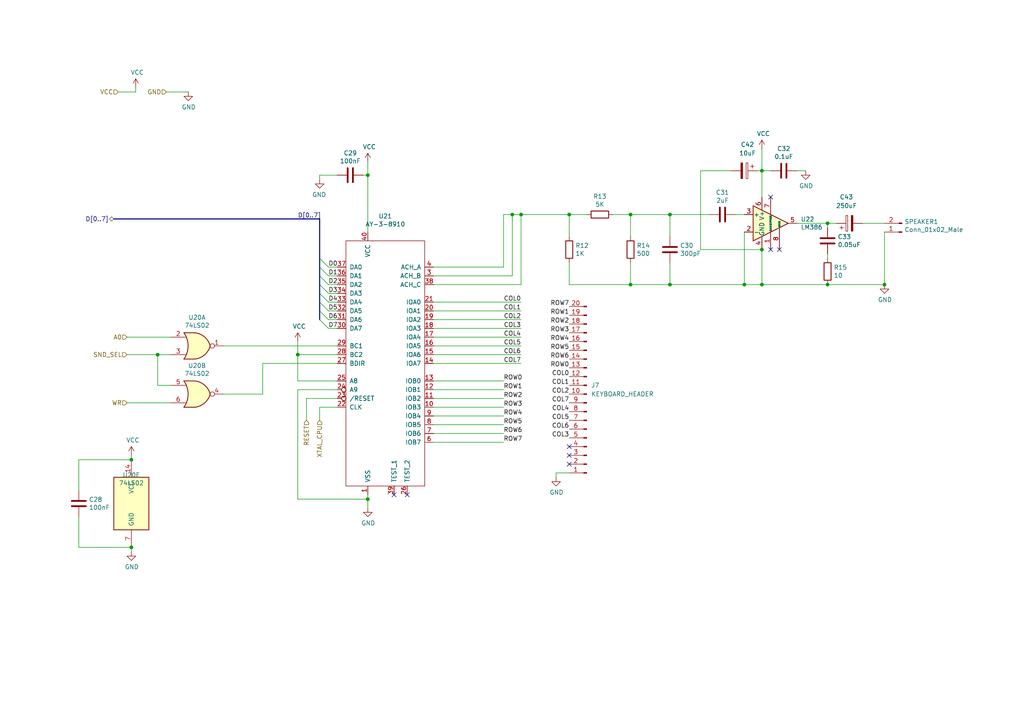
<source format=kicad_sch>
(kicad_sch (version 20211123) (generator eeschema)
  (paper "A4")
  (lib_symbols
    (symbol "74xx:74LS02" (pin_names (offset 1.016))
      (property "Reference" "U" (at 0 1.27 0))
      (property "Value" "74LS02" (at 0 -1.27 0))
      (symbol "74LS02_1_1"
        (arc (start -3.81 -3.81) (mid -2.589 0) (end -3.81 3.81) (stroke (width 0.254)))
        (arc (start -0.6096 -3.81) (mid 2.1842 -2.5851) (end 3.81 0) (stroke (width 0.254)) (fill (type background)))
        (polyline (pts (xy -3.81 -3.81) (xy -0.635 -3.81)) (stroke (width 0.254)) (fill (type background)))
        (polyline (pts (xy -3.81 3.81) (xy -0.635 3.81)) (stroke (width 0.254)) (fill (type background)))
        (polyline (pts (xy -0.635 3.81) (xy -3.81 3.81) (xy -3.81 3.81) (xy -3.556 3.4036) (xy -3.0226 2.2606) (xy -2.6924 1.0414) (xy -2.6162 -0.254) (xy -2.7686 -1.4986) (xy -3.175 -2.7178) (xy -3.81 -3.81) (xy -3.81 -3.81) (xy -0.635 -3.81)) (stroke (width -25.4)) (fill (type background)))
        (arc (start 3.81 0) (mid 2.1915 2.5936) (end -0.6096 3.81) (stroke (width 0.254)) (fill (type background)))
        (pin output inverted (at 7.62 0 180) (length 3.81) (name "~") (number "1"))
        (pin input line (at -7.62 2.54 0) (length 4.318) (name "~") (number "2"))
        (pin input line (at -7.62 -2.54 0) (length 4.318) (name "~") (number "3"))
      )
      (symbol "74LS02_1_2"
        (arc (start 0 -3.81) (mid 3.81 0) (end 0 3.81) (stroke (width 0.254)) (fill (type background)))
        (polyline (pts (xy 0 3.81) (xy -3.81 3.81) (xy -3.81 -3.81) (xy 0 -3.81)) (stroke (width 0.254)) (fill (type background)))
        (pin output line (at 7.62 0 180) (length 3.81) (name "~") (number "1"))
        (pin input inverted (at -7.62 2.54 0) (length 3.81) (name "~") (number "2"))
        (pin input inverted (at -7.62 -2.54 0) (length 3.81) (name "~") (number "3"))
      )
      (symbol "74LS02_2_1"
        (arc (start -3.81 -3.81) (mid -2.589 0) (end -3.81 3.81) (stroke (width 0.254)))
        (arc (start -0.6096 -3.81) (mid 2.1842 -2.5851) (end 3.81 0) (stroke (width 0.254)) (fill (type background)))
        (polyline (pts (xy -3.81 -3.81) (xy -0.635 -3.81)) (stroke (width 0.254)) (fill (type background)))
        (polyline (pts (xy -3.81 3.81) (xy -0.635 3.81)) (stroke (width 0.254)) (fill (type background)))
        (polyline (pts (xy -0.635 3.81) (xy -3.81 3.81) (xy -3.81 3.81) (xy -3.556 3.4036) (xy -3.0226 2.2606) (xy -2.6924 1.0414) (xy -2.6162 -0.254) (xy -2.7686 -1.4986) (xy -3.175 -2.7178) (xy -3.81 -3.81) (xy -3.81 -3.81) (xy -0.635 -3.81)) (stroke (width -25.4)) (fill (type background)))
        (arc (start 3.81 0) (mid 2.1915 2.5936) (end -0.6096 3.81) (stroke (width 0.254)) (fill (type background)))
        (pin output inverted (at 7.62 0 180) (length 3.81) (name "~") (number "4"))
        (pin input line (at -7.62 2.54 0) (length 4.318) (name "~") (number "5"))
        (pin input line (at -7.62 -2.54 0) (length 4.318) (name "~") (number "6"))
      )
      (symbol "74LS02_2_2"
        (arc (start 0 -3.81) (mid 3.81 0) (end 0 3.81) (stroke (width 0.254)) (fill (type background)))
        (polyline (pts (xy 0 3.81) (xy -3.81 3.81) (xy -3.81 -3.81) (xy 0 -3.81)) (stroke (width 0.254)) (fill (type background)))
        (pin output line (at 7.62 0 180) (length 3.81) (name "~") (number "4"))
        (pin input inverted (at -7.62 2.54 0) (length 3.81) (name "~") (number "5"))
        (pin input inverted (at -7.62 -2.54 0) (length 3.81) (name "~") (number "6"))
      )
      (symbol "74LS02_3_1"
        (arc (start -3.81 -3.81) (mid -2.589 0) (end -3.81 3.81) (stroke (width 0.254)))
        (arc (start -0.6096 -3.81) (mid 2.1842 -2.5851) (end 3.81 0) (stroke (width 0.254)) (fill (type background)))
        (polyline (pts (xy -3.81 -3.81) (xy -0.635 -3.81)) (stroke (width 0.254)) (fill (type background)))
        (polyline (pts (xy -3.81 3.81) (xy -0.635 3.81)) (stroke (width 0.254)) (fill (type background)))
        (polyline (pts (xy -0.635 3.81) (xy -3.81 3.81) (xy -3.81 3.81) (xy -3.556 3.4036) (xy -3.0226 2.2606) (xy -2.6924 1.0414) (xy -2.6162 -0.254) (xy -2.7686 -1.4986) (xy -3.175 -2.7178) (xy -3.81 -3.81) (xy -3.81 -3.81) (xy -0.635 -3.81)) (stroke (width -25.4)) (fill (type background)))
        (arc (start 3.81 0) (mid 2.1915 2.5936) (end -0.6096 3.81) (stroke (width 0.254)) (fill (type background)))
        (pin output inverted (at 7.62 0 180) (length 3.81) (name "~") (number "10"))
        (pin input line (at -7.62 2.54 0) (length 4.318) (name "~") (number "8"))
        (pin input line (at -7.62 -2.54 0) (length 4.318) (name "~") (number "9"))
      )
      (symbol "74LS02_3_2"
        (arc (start 0 -3.81) (mid 3.81 0) (end 0 3.81) (stroke (width 0.254)) (fill (type background)))
        (polyline (pts (xy 0 3.81) (xy -3.81 3.81) (xy -3.81 -3.81) (xy 0 -3.81)) (stroke (width 0.254)) (fill (type background)))
        (pin output line (at 7.62 0 180) (length 3.81) (name "~") (number "10"))
        (pin input inverted (at -7.62 2.54 0) (length 3.81) (name "~") (number "8"))
        (pin input inverted (at -7.62 -2.54 0) (length 3.81) (name "~") (number "9"))
      )
      (symbol "74LS02_4_1"
        (arc (start -3.81 -3.81) (mid -2.589 0) (end -3.81 3.81) (stroke (width 0.254)))
        (arc (start -0.6096 -3.81) (mid 2.1842 -2.5851) (end 3.81 0) (stroke (width 0.254)) (fill (type background)))
        (polyline (pts (xy -3.81 -3.81) (xy -0.635 -3.81)) (stroke (width 0.254)) (fill (type background)))
        (polyline (pts (xy -3.81 3.81) (xy -0.635 3.81)) (stroke (width 0.254)) (fill (type background)))
        (polyline (pts (xy -0.635 3.81) (xy -3.81 3.81) (xy -3.81 3.81) (xy -3.556 3.4036) (xy -3.0226 2.2606) (xy -2.6924 1.0414) (xy -2.6162 -0.254) (xy -2.7686 -1.4986) (xy -3.175 -2.7178) (xy -3.81 -3.81) (xy -3.81 -3.81) (xy -0.635 -3.81)) (stroke (width -25.4)) (fill (type background)))
        (arc (start 3.81 0) (mid 2.1915 2.5936) (end -0.6096 3.81) (stroke (width 0.254)) (fill (type background)))
        (pin input line (at -7.62 2.54 0) (length 4.318) (name "~") (number "11"))
        (pin input line (at -7.62 -2.54 0) (length 4.318) (name "~") (number "12"))
        (pin output inverted (at 7.62 0 180) (length 3.81) (name "~") (number "13"))
      )
      (symbol "74LS02_4_2"
        (arc (start 0 -3.81) (mid 3.81 0) (end 0 3.81) (stroke (width 0.254)) (fill (type background)))
        (polyline (pts (xy 0 3.81) (xy -3.81 3.81) (xy -3.81 -3.81) (xy 0 -3.81)) (stroke (width 0.254)) (fill (type background)))
        (pin input inverted (at -7.62 2.54 0) (length 3.81) (name "~") (number "11"))
        (pin input inverted (at -7.62 -2.54 0) (length 3.81) (name "~") (number "12"))
        (pin output line (at 7.62 0 180) (length 3.81) (name "~") (number "13"))
      )
      (symbol "74LS02_5_0"
        (pin power_in line (at 0 12.7 270) (length 5.08) (name "VCC") (number "14"))
        (pin power_in line (at 0 -12.7 90) (length 5.08) (name "GND") (number "7"))
      )
      (symbol "74LS02_5_1"
        (rectangle (start -5.08 7.62) (end 5.08 -7.62) (stroke (width 0.254)) (fill (type background)))
      )
    )
    (symbol "Amplifier_Audio:LM386" (pin_names (offset 0.127))
      (property "Reference" "U" (at 1.27 7.62 0))
      (property "Value" "LM386" (at 1.27 5.08 0))
      (symbol "LM386_0_1"
        (polyline (pts (xy 5.08 0) (xy -5.08 5.08) (xy -5.08 -5.08) (xy 5.08 0)) (stroke (width 0.254)) (fill (type background)))
      )
      (symbol "LM386_1_1"
        (pin input line (at 0 -7.62 90) (length 5.08) (name "GAIN") (number "1"))
        (pin input line (at -7.62 -2.54 0) (length 2.54) (name "-") (number "2"))
        (pin input line (at -7.62 2.54 0) (length 2.54) (name "+") (number "3"))
        (pin power_in line (at -2.54 -7.62 90) (length 3.81) (name "GND") (number "4"))
        (pin output line (at 7.62 0 180) (length 2.54) (name "~") (number "5"))
        (pin power_in line (at -2.54 7.62 270) (length 3.81) (name "V+") (number "6"))
        (pin input line (at 0 7.62 270) (length 5.08) (name "BYPASS") (number "7"))
        (pin input line (at 2.54 -7.62 90) (length 6.35) (name "GAIN") (number "8"))
      )
    )
    (symbol "Connector:Conn_01x02_Male" (pin_names (offset 1.016) hide)
      (property "Reference" "J" (at 0 2.54 0))
      (property "Value" "Conn_01x02_Male" (at 0 -5.08 0))
      (symbol "Conn_01x02_Male_1_1"
        (polyline (pts (xy 1.27 -2.54) (xy 0.8636 -2.54)) (stroke (width 0.1524)))
        (polyline (pts (xy 1.27 0) (xy 0.8636 0)) (stroke (width 0.1524)))
        (rectangle (start 0.8636 -2.413) (end 0 -2.667) (stroke (width 0.1524)) (fill (type outline)))
        (rectangle (start 0.8636 0.127) (end 0 -0.127) (stroke (width 0.1524)) (fill (type outline)))
        (pin passive line (at 5.08 0 180) (length 3.81) (name "Pin_1") (number "1"))
        (pin passive line (at 5.08 -2.54 180) (length 3.81) (name "Pin_2") (number "2"))
      )
    )
    (symbol "Connector:Conn_01x20_Male" (pin_names (offset 1.016) hide)
      (property "Reference" "J" (at 0 25.4 0))
      (property "Value" "Conn_01x20_Male" (at 0 -27.94 0))
      (symbol "Conn_01x20_Male_1_1"
        (polyline (pts (xy 1.27 -25.4) (xy 0.8636 -25.4)) (stroke (width 0.1524)))
        (polyline (pts (xy 1.27 -22.86) (xy 0.8636 -22.86)) (stroke (width 0.1524)))
        (polyline (pts (xy 1.27 -20.32) (xy 0.8636 -20.32)) (stroke (width 0.1524)))
        (polyline (pts (xy 1.27 -17.78) (xy 0.8636 -17.78)) (stroke (width 0.1524)))
        (polyline (pts (xy 1.27 -15.24) (xy 0.8636 -15.24)) (stroke (width 0.1524)))
        (polyline (pts (xy 1.27 -12.7) (xy 0.8636 -12.7)) (stroke (width 0.1524)))
        (polyline (pts (xy 1.27 -10.16) (xy 0.8636 -10.16)) (stroke (width 0.1524)))
        (polyline (pts (xy 1.27 -7.62) (xy 0.8636 -7.62)) (stroke (width 0.1524)))
        (polyline (pts (xy 1.27 -5.08) (xy 0.8636 -5.08)) (stroke (width 0.1524)))
        (polyline (pts (xy 1.27 -2.54) (xy 0.8636 -2.54)) (stroke (width 0.1524)))
        (polyline (pts (xy 1.27 0) (xy 0.8636 0)) (stroke (width 0.1524)))
        (polyline (pts (xy 1.27 2.54) (xy 0.8636 2.54)) (stroke (width 0.1524)))
        (polyline (pts (xy 1.27 5.08) (xy 0.8636 5.08)) (stroke (width 0.1524)))
        (polyline (pts (xy 1.27 7.62) (xy 0.8636 7.62)) (stroke (width 0.1524)))
        (polyline (pts (xy 1.27 10.16) (xy 0.8636 10.16)) (stroke (width 0.1524)))
        (polyline (pts (xy 1.27 12.7) (xy 0.8636 12.7)) (stroke (width 0.1524)))
        (polyline (pts (xy 1.27 15.24) (xy 0.8636 15.24)) (stroke (width 0.1524)))
        (polyline (pts (xy 1.27 17.78) (xy 0.8636 17.78)) (stroke (width 0.1524)))
        (polyline (pts (xy 1.27 20.32) (xy 0.8636 20.32)) (stroke (width 0.1524)))
        (polyline (pts (xy 1.27 22.86) (xy 0.8636 22.86)) (stroke (width 0.1524)))
        (rectangle (start 0.8636 -25.273) (end 0 -25.527) (stroke (width 0.1524)) (fill (type outline)))
        (rectangle (start 0.8636 -22.733) (end 0 -22.987) (stroke (width 0.1524)) (fill (type outline)))
        (rectangle (start 0.8636 -20.193) (end 0 -20.447) (stroke (width 0.1524)) (fill (type outline)))
        (rectangle (start 0.8636 -17.653) (end 0 -17.907) (stroke (width 0.1524)) (fill (type outline)))
        (rectangle (start 0.8636 -15.113) (end 0 -15.367) (stroke (width 0.1524)) (fill (type outline)))
        (rectangle (start 0.8636 -12.573) (end 0 -12.827) (stroke (width 0.1524)) (fill (type outline)))
        (rectangle (start 0.8636 -10.033) (end 0 -10.287) (stroke (width 0.1524)) (fill (type outline)))
        (rectangle (start 0.8636 -7.493) (end 0 -7.747) (stroke (width 0.1524)) (fill (type outline)))
        (rectangle (start 0.8636 -4.953) (end 0 -5.207) (stroke (width 0.1524)) (fill (type outline)))
        (rectangle (start 0.8636 -2.413) (end 0 -2.667) (stroke (width 0.1524)) (fill (type outline)))
        (rectangle (start 0.8636 0.127) (end 0 -0.127) (stroke (width 0.1524)) (fill (type outline)))
        (rectangle (start 0.8636 2.667) (end 0 2.413) (stroke (width 0.1524)) (fill (type outline)))
        (rectangle (start 0.8636 5.207) (end 0 4.953) (stroke (width 0.1524)) (fill (type outline)))
        (rectangle (start 0.8636 7.747) (end 0 7.493) (stroke (width 0.1524)) (fill (type outline)))
        (rectangle (start 0.8636 10.287) (end 0 10.033) (stroke (width 0.1524)) (fill (type outline)))
        (rectangle (start 0.8636 12.827) (end 0 12.573) (stroke (width 0.1524)) (fill (type outline)))
        (rectangle (start 0.8636 15.367) (end 0 15.113) (stroke (width 0.1524)) (fill (type outline)))
        (rectangle (start 0.8636 17.907) (end 0 17.653) (stroke (width 0.1524)) (fill (type outline)))
        (rectangle (start 0.8636 20.447) (end 0 20.193) (stroke (width 0.1524)) (fill (type outline)))
        (rectangle (start 0.8636 22.987) (end 0 22.733) (stroke (width 0.1524)) (fill (type outline)))
        (pin passive line (at 5.08 22.86 180) (length 3.81) (name "Pin_1") (number "1"))
        (pin passive line (at 5.08 0 180) (length 3.81) (name "Pin_10") (number "10"))
        (pin passive line (at 5.08 -2.54 180) (length 3.81) (name "Pin_11") (number "11"))
        (pin passive line (at 5.08 -5.08 180) (length 3.81) (name "Pin_12") (number "12"))
        (pin passive line (at 5.08 -7.62 180) (length 3.81) (name "Pin_13") (number "13"))
        (pin passive line (at 5.08 -10.16 180) (length 3.81) (name "Pin_14") (number "14"))
        (pin passive line (at 5.08 -12.7 180) (length 3.81) (name "Pin_15") (number "15"))
        (pin passive line (at 5.08 -15.24 180) (length 3.81) (name "Pin_16") (number "16"))
        (pin passive line (at 5.08 -17.78 180) (length 3.81) (name "Pin_17") (number "17"))
        (pin passive line (at 5.08 -20.32 180) (length 3.81) (name "Pin_18") (number "18"))
        (pin passive line (at 5.08 -22.86 180) (length 3.81) (name "Pin_19") (number "19"))
        (pin passive line (at 5.08 20.32 180) (length 3.81) (name "Pin_2") (number "2"))
        (pin passive line (at 5.08 -25.4 180) (length 3.81) (name "Pin_20") (number "20"))
        (pin passive line (at 5.08 17.78 180) (length 3.81) (name "Pin_3") (number "3"))
        (pin passive line (at 5.08 15.24 180) (length 3.81) (name "Pin_4") (number "4"))
        (pin passive line (at 5.08 12.7 180) (length 3.81) (name "Pin_5") (number "5"))
        (pin passive line (at 5.08 10.16 180) (length 3.81) (name "Pin_6") (number "6"))
        (pin passive line (at 5.08 7.62 180) (length 3.81) (name "Pin_7") (number "7"))
        (pin passive line (at 5.08 5.08 180) (length 3.81) (name "Pin_8") (number "8"))
        (pin passive line (at 5.08 2.54 180) (length 3.81) (name "Pin_9") (number "9"))
      )
    )
    (symbol "Device:C" (pin_numbers hide) (pin_names (offset 0.254))
      (property "Reference" "C" (at 0.635 2.54 0))
      (property "Value" "C" (at 0.635 -2.54 0))
      (symbol "C_0_1"
        (polyline (pts (xy -2.032 -0.762) (xy 2.032 -0.762)) (stroke (width 0.508)))
        (polyline (pts (xy -2.032 0.762) (xy 2.032 0.762)) (stroke (width 0.508)))
      )
      (symbol "C_1_1"
        (pin passive line (at 0 3.81 270) (length 2.794) (name "~") (number "1"))
        (pin passive line (at 0 -3.81 90) (length 2.794) (name "~") (number "2"))
      )
    )
    (symbol "Device:C_Polarized" (pin_numbers hide) (pin_names (offset 0.254))
      (property "Reference" "C" (at 0.635 2.54 0))
      (property "Value" "C_Polarized" (at 0.635 -2.54 0))
      (symbol "C_Polarized_0_1"
        (rectangle (start -2.286 0.508) (end 2.286 1.016))
        (polyline (pts (xy -1.778 2.286) (xy -0.762 2.286)))
        (polyline (pts (xy -1.27 2.794) (xy -1.27 1.778)))
        (rectangle (start 2.286 -0.508) (end -2.286 -1.016) (fill (type outline)))
      )
      (symbol "C_Polarized_1_1"
        (pin passive line (at 0 3.81 270) (length 2.794) (name "~") (number "1"))
        (pin passive line (at 0 -3.81 90) (length 2.794) (name "~") (number "2"))
      )
    )
    (symbol "Device:R" (pin_numbers hide) (pin_names (offset 0))
      (property "Reference" "R" (at 2.032 0 90))
      (property "Value" "R" (at 0 0 90))
      (symbol "R_0_1"
        (rectangle (start -1.016 -2.54) (end 1.016 2.54) (stroke (width 0.254)))
      )
      (symbol "R_1_1"
        (pin passive line (at 0 3.81 270) (length 1.27) (name "~") (number "1"))
        (pin passive line (at 0 -3.81 90) (length 1.27) (name "~") (number "2"))
      )
    )
    (symbol "Z80MiniFrame-Sound_Graphics-rescue:AY-3-8910-Audio" (pin_names (offset 1.016))
      (property "Reference" "U" (at 31.75 -3.81 0))
      (property "Value" "AY-3-8910-Audio" (at 31.75 -31.75 0))
      (symbol "AY-3-8910-Audio_0_1"
        (rectangle (start 20.32 -6.35) (end 43.18 -77.47))
      )
      (symbol "AY-3-8910-Audio_1_1"
        (pin power_in line (at 26.67 -80.01 90) (length 2.54) (name "VSS") (number "1"))
        (pin bidirectional line (at 45.72 -54.61 180) (length 2.54) (name "IOB3") (number "10"))
        (pin bidirectional line (at 45.72 -52.07 180) (length 2.54) (name "IOB2") (number "11"))
        (pin bidirectional line (at 45.72 -49.53 180) (length 2.54) (name "IOB1") (number "12"))
        (pin bidirectional line (at 45.72 -46.99 180) (length 2.54) (name "IOB0") (number "13"))
        (pin bidirectional line (at 45.72 -41.91 180) (length 2.54) (name "IOA7") (number "14"))
        (pin bidirectional line (at 45.72 -39.37 180) (length 2.54) (name "IOA6") (number "15"))
        (pin bidirectional line (at 45.72 -36.83 180) (length 2.54) (name "IOA5") (number "16"))
        (pin bidirectional line (at 45.72 -34.29 180) (length 2.54) (name "IOA4") (number "17"))
        (pin bidirectional line (at 45.72 -31.75 180) (length 2.54) (name "IOA3") (number "18"))
        (pin bidirectional line (at 45.72 -29.21 180) (length 2.54) (name "IOA2") (number "19"))
        (pin bidirectional line (at 45.72 -26.67 180) (length 2.54) (name "IOA1") (number "20"))
        (pin bidirectional line (at 45.72 -24.13 180) (length 2.54) (name "IOA0") (number "21"))
        (pin input line (at 17.78 -54.61 0) (length 2.54) (name "CLK") (number "22"))
        (pin input inverted (at 17.78 -52.07 0) (length 2.54) (name "/RESET") (number "23"))
        (pin input inverted (at 17.78 -49.53 0) (length 2.54) (name "A9") (number "24"))
        (pin input line (at 17.78 -46.99 0) (length 2.54) (name "A8") (number "25"))
        (pin input line (at 38.1 -80.01 90) (length 2.54) (name "TEST_2") (number "26"))
        (pin input line (at 17.78 -41.91 0) (length 2.54) (name "BDIR") (number "27"))
        (pin input line (at 17.78 -39.37 0) (length 2.54) (name "BC2") (number "28"))
        (pin input line (at 17.78 -36.83 0) (length 2.54) (name "BC1") (number "29"))
        (pin passive line (at 45.72 -16.51 180) (length 2.54) (name "ACH_B") (number "3"))
        (pin bidirectional line (at 17.78 -31.75 0) (length 2.54) (name "DA7") (number "30"))
        (pin bidirectional line (at 17.78 -29.21 0) (length 2.54) (name "DA6") (number "31"))
        (pin bidirectional line (at 17.78 -26.67 0) (length 2.54) (name "DA5") (number "32"))
        (pin bidirectional line (at 17.78 -24.13 0) (length 2.54) (name "DA4") (number "33"))
        (pin bidirectional line (at 17.78 -21.59 0) (length 2.54) (name "DA3") (number "34"))
        (pin bidirectional line (at 17.78 -19.05 0) (length 2.54) (name "DA2") (number "35"))
        (pin bidirectional line (at 17.78 -16.51 0) (length 2.54) (name "DA1") (number "36"))
        (pin bidirectional line (at 17.78 -13.97 0) (length 2.54) (name "DA0") (number "37"))
        (pin passive line (at 45.72 -19.05 180) (length 2.54) (name "ACH_C") (number "38"))
        (pin input line (at 34.29 -80.01 90) (length 2.54) (name "TEST_1") (number "39"))
        (pin passive line (at 45.72 -13.97 180) (length 2.54) (name "ACH_A") (number "4"))
        (pin power_in line (at 26.67 -3.81 270) (length 2.54) (name "VCC") (number "40"))
        (pin bidirectional line (at 45.72 -64.77 180) (length 2.54) (name "IOB7") (number "6"))
        (pin bidirectional line (at 45.72 -62.23 180) (length 2.54) (name "IOB6") (number "7"))
        (pin bidirectional line (at 45.72 -59.69 180) (length 2.54) (name "IOB5") (number "8"))
        (pin bidirectional line (at 45.72 -57.15 180) (length 2.54) (name "IOB4") (number "9"))
      )
    )
    (symbol "power:GND" (power) (pin_names (offset 0))
      (property "Value" "GND" (at 0 -3.81 0))
      (symbol "GND_0_1"
        (polyline (pts (xy 0 0) (xy 0 -1.27) (xy 1.27 -1.27) (xy 0 -2.54) (xy -1.27 -1.27) (xy 0 -1.27)))
      )
      (symbol "GND_1_1"
        (pin power_in line (at 0 0 270) (length 0) hide (name "GND") (number "1"))
      )
    )
    (symbol "power:VCC" (power) (pin_names (offset 0))
      (property "Value" "VCC" (at 0 3.81 0))
      (symbol "VCC_0_1"
        (polyline (pts (xy -0.762 1.27) (xy 0 2.54)))
        (polyline (pts (xy 0 0) (xy 0 2.54)))
        (polyline (pts (xy 0 2.54) (xy 0.762 1.27)))
      )
      (symbol "VCC_1_1"
        (pin power_in line (at 0 0 90) (length 0) hide (name "VCC") (number "1"))
      )
    )
  )
  (junction (at 240.03 82.55))
  (junction (at 194.31 62.23))
  (junction (at 215.9 82.55))
  (junction (at 45.72 102.87))
  (junction (at 194.31 82.55))
  (junction (at 182.88 82.55))
  (junction (at 151.13 62.23))
  (junction (at 220.98 72.39))
  (junction (at 106.68 144.78))
  (junction (at 256.54 82.55))
  (junction (at 240.03 64.77))
  (junction (at 220.98 82.55))
  (junction (at 106.68 50.8))
  (junction (at 165.1 62.23))
  (junction (at 220.98 49.53))
  (junction (at 148.59 62.23))
  (junction (at 182.88 62.23))
  (junction (at 38.1 158.75))
  (junction (at 38.1 133.35))
  (junction (at 86.36 102.87))
  (no_connect (at 226.06 72.39))
  (no_connect (at 223.52 57.15))
  (no_connect (at 118.11 143.51))
  (no_connect (at 114.3 143.51))
  (no_connect (at 223.52 72.39))
  (no_connect (at 165.1 129.54))
  (no_connect (at 165.1 134.62))
  (no_connect (at 165.1 132.08))
  (bus_entry (at 92.71 74.93) (size 2.54 2.54))
  (bus_entry (at 92.71 90.17) (size 2.54 2.54))
  (bus_entry (at 92.71 92.71) (size 2.54 2.54))
  (bus_entry (at 92.71 77.47) (size 2.54 2.54))
  (bus_entry (at 92.71 80.01) (size 2.54 2.54))
  (bus_entry (at 92.71 87.63) (size 2.54 2.54))
  (bus_entry (at 92.71 82.55) (size 2.54 2.54))
  (bus_entry (at 92.71 85.09) (size 2.54 2.54))
  (wire (pts (xy 240.03 82.55) (xy 220.98 82.55)))
  (wire (pts (xy 161.29 137.16) (xy 165.1 137.16)))
  (wire (pts (xy 92.71 118.11) (xy 92.71 121.92)))
  (wire (pts (xy 240.03 74.93) (xy 240.03 73.66)))
  (wire (pts (xy 177.8 62.23) (xy 182.88 62.23)))
  (wire (pts (xy 97.79 95.25) (xy 95.25 95.25)))
  (wire (pts (xy 151.13 62.23) (xy 151.13 82.55)))
  (wire (pts (xy 146.05 62.23) (xy 148.59 62.23)))
  (wire (pts (xy 125.73 97.79) (xy 151.13 97.79)))
  (wire (pts (xy 97.79 50.8) (xy 92.71 50.8)))
  (wire (pts (xy 38.1 160.02) (xy 38.1 158.75)))
  (bus (pts (xy 92.71 63.5) (xy 33.02 63.5)))
  (wire (pts (xy 125.73 92.71) (xy 151.13 92.71)))
  (bus (pts (xy 92.71 77.47) (xy 92.71 80.01)))
  (wire (pts (xy 125.73 95.25) (xy 151.13 95.25)))
  (bus (pts (xy 92.71 80.01) (xy 92.71 82.55)))
  (wire (pts (xy 97.79 85.09) (xy 95.25 85.09)))
  (wire (pts (xy 125.73 82.55) (xy 151.13 82.55)))
  (wire (pts (xy 86.36 113.03) (xy 97.79 113.03)))
  (wire (pts (xy 105.41 50.8) (xy 106.68 50.8)))
  (wire (pts (xy 76.2 105.41) (xy 76.2 114.3)))
  (wire (pts (xy 182.88 62.23) (xy 182.88 68.58)))
  (wire (pts (xy 92.71 50.8) (xy 92.71 52.07)))
  (wire (pts (xy 86.36 144.78) (xy 86.36 113.03)))
  (wire (pts (xy 125.73 113.03) (xy 146.05 113.03)))
  (wire (pts (xy 182.88 76.2) (xy 182.88 82.55)))
  (wire (pts (xy 125.73 77.47) (xy 146.05 77.47)))
  (wire (pts (xy 97.79 87.63) (xy 95.25 87.63)))
  (wire (pts (xy 146.05 62.23) (xy 146.05 77.47)))
  (wire (pts (xy 240.03 64.77) (xy 242.57 64.77)))
  (wire (pts (xy 86.36 110.49) (xy 97.79 110.49)))
  (bus (pts (xy 92.71 74.93) (xy 92.71 77.47)))
  (wire (pts (xy 194.31 82.55) (xy 215.9 82.55)))
  (wire (pts (xy 125.73 100.33) (xy 151.13 100.33)))
  (wire (pts (xy 125.73 115.57) (xy 146.05 115.57)))
  (wire (pts (xy 97.79 92.71) (xy 95.25 92.71)))
  (wire (pts (xy 219.71 49.53) (xy 220.98 49.53)))
  (wire (pts (xy 125.73 87.63) (xy 151.13 87.63)))
  (wire (pts (xy 97.79 90.17) (xy 95.25 90.17)))
  (wire (pts (xy 231.14 64.77) (xy 240.03 64.77)))
  (wire (pts (xy 220.98 49.53) (xy 223.52 49.53)))
  (wire (pts (xy 97.79 118.11) (xy 92.71 118.11)))
  (wire (pts (xy 125.73 123.19) (xy 146.05 123.19)))
  (wire (pts (xy 148.59 62.23) (xy 148.59 80.01)))
  (wire (pts (xy 125.73 118.11) (xy 146.05 118.11)))
  (wire (pts (xy 182.88 62.23) (xy 194.31 62.23)))
  (wire (pts (xy 45.72 111.76) (xy 49.53 111.76)))
  (wire (pts (xy 205.74 62.23) (xy 194.31 62.23)))
  (wire (pts (xy 165.1 62.23) (xy 165.1 68.58)))
  (wire (pts (xy 39.37 25.4) (xy 39.37 26.67)))
  (wire (pts (xy 76.2 114.3) (xy 64.77 114.3)))
  (wire (pts (xy 97.79 77.47) (xy 95.25 77.47)))
  (wire (pts (xy 220.98 72.39) (xy 220.98 82.55)))
  (wire (pts (xy 125.73 80.01) (xy 148.59 80.01)))
  (bus (pts (xy 92.71 82.55) (xy 92.71 85.09)))
  (wire (pts (xy 165.1 62.23) (xy 170.18 62.23)))
  (wire (pts (xy 194.31 62.23) (xy 194.31 68.58)))
  (wire (pts (xy 256.54 82.55) (xy 240.03 82.55)))
  (wire (pts (xy 22.86 142.24) (xy 22.86 133.35)))
  (wire (pts (xy 39.37 26.67) (xy 34.29 26.67)))
  (bus (pts (xy 92.71 87.63) (xy 92.71 90.17)))
  (wire (pts (xy 182.88 82.55) (xy 165.1 82.55)))
  (wire (pts (xy 22.86 158.75) (xy 38.1 158.75)))
  (bus (pts (xy 92.71 63.5) (xy 92.71 74.93)))
  (wire (pts (xy 64.77 100.33) (xy 97.79 100.33)))
  (wire (pts (xy 97.79 105.41) (xy 76.2 105.41)))
  (wire (pts (xy 182.88 82.55) (xy 194.31 82.55)))
  (wire (pts (xy 88.9 115.57) (xy 88.9 121.92)))
  (wire (pts (xy 203.2 49.53) (xy 203.2 72.39)))
  (wire (pts (xy 256.54 67.31) (xy 256.54 82.55)))
  (wire (pts (xy 161.29 138.43) (xy 161.29 137.16)))
  (bus (pts (xy 92.71 85.09) (xy 92.71 87.63)))
  (wire (pts (xy 125.73 128.27) (xy 146.05 128.27)))
  (wire (pts (xy 22.86 133.35) (xy 38.1 133.35)))
  (wire (pts (xy 48.26 26.67) (xy 54.61 26.67)))
  (wire (pts (xy 220.98 49.53) (xy 220.98 57.15)))
  (wire (pts (xy 165.1 76.2) (xy 165.1 82.55)))
  (wire (pts (xy 36.83 102.87) (xy 45.72 102.87)))
  (wire (pts (xy 106.68 67.31) (xy 106.68 50.8)))
  (wire (pts (xy 106.68 144.78) (xy 86.36 144.78)))
  (wire (pts (xy 36.83 116.84) (xy 49.53 116.84)))
  (wire (pts (xy 215.9 67.31) (xy 215.9 82.55)))
  (wire (pts (xy 97.79 82.55) (xy 95.25 82.55)))
  (wire (pts (xy 86.36 102.87) (xy 86.36 110.49)))
  (wire (pts (xy 97.79 115.57) (xy 88.9 115.57)))
  (wire (pts (xy 86.36 99.06) (xy 86.36 102.87)))
  (wire (pts (xy 106.68 144.78) (xy 106.68 143.51)))
  (wire (pts (xy 125.73 120.65) (xy 146.05 120.65)))
  (wire (pts (xy 49.53 97.79) (xy 36.83 97.79)))
  (wire (pts (xy 203.2 72.39) (xy 220.98 72.39)))
  (wire (pts (xy 125.73 110.49) (xy 146.05 110.49)))
  (wire (pts (xy 213.36 62.23) (xy 215.9 62.23)))
  (wire (pts (xy 194.31 76.2) (xy 194.31 82.55)))
  (wire (pts (xy 220.98 82.55) (xy 215.9 82.55)))
  (wire (pts (xy 220.98 43.18) (xy 220.98 49.53)))
  (wire (pts (xy 125.73 125.73) (xy 146.05 125.73)))
  (wire (pts (xy 250.19 64.77) (xy 256.54 64.77)))
  (wire (pts (xy 125.73 90.17) (xy 151.13 90.17)))
  (wire (pts (xy 125.73 102.87) (xy 151.13 102.87)))
  (wire (pts (xy 240.03 66.04) (xy 240.03 64.77)))
  (bus (pts (xy 92.71 90.17) (xy 92.71 92.71)))
  (wire (pts (xy 97.79 102.87) (xy 86.36 102.87)))
  (wire (pts (xy 212.09 49.53) (xy 203.2 49.53)))
  (wire (pts (xy 125.73 105.41) (xy 151.13 105.41)))
  (wire (pts (xy 49.53 102.87) (xy 45.72 102.87)))
  (wire (pts (xy 106.68 50.8) (xy 106.68 46.99)))
  (wire (pts (xy 22.86 149.86) (xy 22.86 158.75)))
  (wire (pts (xy 151.13 62.23) (xy 165.1 62.23)))
  (wire (pts (xy 231.14 49.53) (xy 233.68 49.53)))
  (wire (pts (xy 97.79 80.01) (xy 95.25 80.01)))
  (wire (pts (xy 45.72 102.87) (xy 45.72 111.76)))
  (wire (pts (xy 38.1 133.35) (xy 38.1 132.08)))
  (wire (pts (xy 106.68 147.32) (xy 106.68 144.78)))
  (wire (pts (xy 148.59 62.23) (xy 151.13 62.23)))
  (label "ROW1" (at 165.1 91.44 180))
  (label "COL4" (at 151.13 97.79 180))
  (label "D0" (at 95.25 77.47 0))
  (label "ROW6" (at 165.1 104.14 180))
  (label "ROW6" (at 146.05 125.73 0))
  (label "ROW3" (at 146.05 118.11 0))
  (label "COL6" (at 165.1 124.46 180))
  (label "COL6" (at 151.13 102.87 180))
  (label "D5" (at 95.25 90.17 0))
  (label "COL1" (at 151.13 90.17 180))
  (label "ROW1" (at 146.05 113.03 0))
  (label "ROW7" (at 165.1 88.9 180))
  (label "COL2" (at 165.1 114.3 180))
  (label "ROW4" (at 146.05 120.65 0))
  (label "ROW5" (at 165.1 101.6 180))
  (label "COL4" (at 165.1 119.38 180))
  (label "D4" (at 95.25 87.63 0))
  (label "ROW7" (at 146.05 128.27 0))
  (label "COL7" (at 165.1 116.84 180))
  (label "D3" (at 95.25 85.09 0))
  (label "D[0..7]" (at 86.36 63.5 0))
  (label "ROW4" (at 165.1 99.06 180))
  (label "D2" (at 95.25 82.55 0))
  (label "COL3" (at 165.1 127 180))
  (label "COL3" (at 151.13 95.25 180))
  (label "ROW5" (at 146.05 123.19 0))
  (label "D6" (at 95.25 92.71 0))
  (label "D1" (at 95.25 80.01 0))
  (label "COL5" (at 165.1 121.92 180))
  (label "ROW0" (at 146.05 110.49 0))
  (label "COL1" (at 165.1 111.76 180))
  (label "ROW0" (at 165.1 106.68 180))
  (label "ROW2" (at 165.1 93.98 180))
  (label "COL0" (at 165.1 109.22 180))
  (label "COL2" (at 151.13 92.71 180))
  (label "COL0" (at 151.13 87.63 180))
  (label "ROW3" (at 165.1 96.52 180))
  (label "COL5" (at 151.13 100.33 180))
  (label "ROW2" (at 146.05 115.57 0))
  (label "COL7" (at 151.13 105.41 180))
  (label "D7" (at 95.25 95.25 0))
  (hierarchical_label "SND_SEL" (shape input) (at 36.83 102.87 180))
  (hierarchical_label "WR" (shape input) (at 36.83 116.84 180))
  (hierarchical_label "VCC" (shape input) (at 34.29 26.67 180))
  (hierarchical_label "XTAL_CPU" (shape input) (at 92.71 121.92 270))
  (hierarchical_label "A0" (shape input) (at 36.83 97.79 180))
  (hierarchical_label "GND" (shape input) (at 48.26 26.67 180))
  (hierarchical_label "RESET" (shape input) (at 88.9 121.92 270))
  (hierarchical_label "D[0..7]" (shape bidirectional) (at 33.02 63.5 180))
  (symbol (lib_id "power:VCC") (at 220.98 43.18 0) (unit 1)
    (property "Reference" "#PWR035" (effects hide))
    (property "Value" "VCC" (at 221.4118 38.7858 0))
  )
  (symbol (lib_id "Device:R") (at 173.99 62.23 270) (unit 1)
    (property "Reference" "R13" (at 173.99 56.9722 90))
    (property "Value" "5K" (at 173.99 59.2836 90))
    (property "Footprint" "Resistor_THT:R_Axial_DIN0207_L6.3mm_D2.5mm_P10.16mm_Horizontal" (effects hide))
  )
  (symbol (lib_id "Device:C") (at 194.31 72.39 0) (unit 1)
    (property "Reference" "C30" (at 197.231 71.2216 0) (effects (justify left)))
    (property "Value" "300pF" (at 197.231 73.533 0) (effects (justify left)))
    (property "Footprint" "Capacitor_THT:C_Disc_D5.0mm_W2.5mm_P5.00mm" (effects hide))
  )
  (symbol (lib_id "power:GND") (at 38.1 160.02 0) (unit 1)
    (property "Reference" "#PWR026" (effects hide))
    (property "Value" "GND" (at 38.227 164.4142 0))
  )
  (symbol (lib_id "power:VCC") (at 106.68 46.99 0) (unit 1)
    (property "Reference" "#PWR031" (effects hide))
    (property "Value" "VCC" (at 107.1118 42.5958 0))
  )
  (symbol (lib_id "power:GND") (at 92.71 52.07 0) (mirror y) (unit 1)
    (property "Reference" "#PWR030" (effects hide))
    (property "Value" "GND" (at 92.583 56.4642 0))
  )
  (symbol (lib_id "power:VCC") (at 38.1 132.08 0) (unit 1)
    (property "Reference" "#PWR025" (effects hide))
    (property "Value" "VCC" (at 38.5318 127.6858 0))
  )
  (symbol (lib_id "74xx:74LS02") (at 57.15 100.33 0) (unit 1)
    (property "Reference" "U20" (at 57.15 92.075 0))
    (property "Value" "74LS02" (at 57.15 94.3864 0))
    (property "Footprint" "Package_DIP:DIP-14_W7.62mm_Socket_LongPads" (effects hide))
    (property "Datasheet" "http://www.ti.com/lit/gpn/sn74ls02" (effects hide))
  )
  (symbol (lib_id "Device:C") (at 209.55 62.23 270) (unit 1)
    (property "Reference" "C31" (at 209.55 55.8292 90))
    (property "Value" "2uF" (at 209.55 58.1406 90))
    (property "Footprint" "Capacitor_THT:C_Disc_D5.0mm_W2.5mm_P5.00mm" (effects hide))
  )
  (symbol (lib_id "power:VCC") (at 39.37 25.4 0) (unit 1)
    (property "Reference" "#PWR027" (effects hide))
    (property "Value" "VCC" (at 39.8018 21.0058 0))
  )
  (symbol (lib_id "Device:C") (at 227.33 49.53 90) (unit 1)
    (property "Reference" "C32" (at 227.33 43.1292 90))
    (property "Value" "0.1uF" (at 227.33 45.4406 90))
    (property "Footprint" "Capacitor_THT:C_Disc_D7.0mm_W2.5mm_P5.00mm" (effects hide))
  )
  (symbol (lib_id "power:VCC") (at 86.36 99.06 0) (unit 1)
    (property "Reference" "#PWR029" (effects hide))
    (property "Value" "VCC" (at 86.7918 94.6658 0))
  )
  (symbol (lib_id "74xx:74LS02") (at 57.15 114.3 0) (unit 2)
    (property "Reference" "U20" (at 57.15 106.045 0))
    (property "Value" "74LS02" (at 57.15 108.3564 0))
    (property "Footprint" "Package_DIP:DIP-14_W7.62mm_Socket_LongPads" (effects hide))
    (property "Datasheet" "http://www.ti.com/lit/gpn/sn74ls02" (effects hide))
  )
  (symbol (lib_id "Device:R") (at 165.1 72.39 180) (unit 1)
    (property "Reference" "R12" (at 166.878 71.2216 0) (effects (justify right)))
    (property "Value" "1K" (at 166.878 73.533 0) (effects (justify right)))
    (property "Footprint" "Resistor_THT:R_Axial_DIN0207_L6.3mm_D2.5mm_P10.16mm_Horizontal" (effects hide))
  )
  (symbol (lib_id "Device:C_Polarized") (at 215.9 49.53 270) (unit 1)
    (property "Reference" "C42" (at 216.789 41.91 90))
    (property "Value" "10uF" (at 216.789 44.45 90))
    (property "Footprint" "Capacitor_THT:CP_Radial_D5.0mm_P2.00mm" (effects hide))
  )
  (symbol (lib_id "Connector:Conn_01x20_Male") (at 170.18 114.3 180) (unit 1)
    (property "Reference" "J7" (at 171.45 111.7599 0) (effects (justify right)))
    (property "Value" "KEYBOARD_HEADER" (at 171.45 114.2999 0) (effects (justify right)))
    (property "Footprint" "Connector_PinHeader_2.54mm:PinHeader_1x20_P2.54mm_Vertical" (effects hide))
  )
  (symbol (lib_id "Amplifier_Audio:LM386") (at 223.52 64.77 0) (unit 1)
    (property "Reference" "U22" (at 232.2576 63.6016 0) (effects (justify left)))
    (property "Value" "LM386" (at 232.2576 65.913 0) (effects (justify left)))
    (property "Footprint" "Package_DIP:DIP-8_W7.62mm_LongPads" (effects hide))
    (property "Datasheet" "http://www.ti.com/lit/ds/symlink/lm386.pdf" (effects hide))
  )
  (symbol (lib_id "Z80MiniFrame-Sound_Graphics-rescue:AY-3-8910-Audio") (at 80.01 63.5 0) (unit 1)
    (property "Reference" "U21" (at 111.76 62.7126 0))
    (property "Value" "AY-3-8910" (at 111.76 65.024 0))
    (property "Footprint" "Package_DIP:DIP-40_W15.24mm_LongPads" (effects hide))
  )
  (symbol (lib_id "Device:C") (at 240.03 69.85 0) (unit 1)
    (property "Reference" "C33" (at 242.951 68.6816 0) (effects (justify left)))
    (property "Value" "0.05uF" (at 242.951 70.993 0) (effects (justify left)))
    (property "Footprint" "Capacitor_THT:C_Disc_D5.0mm_W2.5mm_P5.00mm" (effects hide))
  )
  (symbol (lib_id "Device:R") (at 240.03 78.74 180) (unit 1)
    (property "Reference" "R15" (at 241.808 77.5716 0) (effects (justify right)))
    (property "Value" "10" (at 241.808 79.883 0) (effects (justify right)))
    (property "Footprint" "Resistor_THT:R_Axial_DIN0207_L6.3mm_D2.5mm_P10.16mm_Horizontal" (effects hide))
  )
  (symbol (lib_id "Device:C_Polarized") (at 246.38 64.77 90) (unit 1)
    (property "Reference" "C43" (at 245.491 57.15 90))
    (property "Value" "250uF" (at 245.491 59.69 90))
    (property "Footprint" "Capacitor_THT:CP_Radial_D6.3mm_P2.50mm" (effects hide))
  )
  (symbol (lib_id "power:GND") (at 106.68 147.32 0) (unit 1)
    (property "Reference" "#PWR032" (effects hide))
    (property "Value" "GND" (at 106.807 151.7142 0))
  )
  (symbol (lib_id "Device:C") (at 22.86 146.05 180) (unit 1)
    (property "Reference" "C28" (at 25.781 144.8816 0) (effects (justify right)))
    (property "Value" "100nF" (at 25.781 147.193 0) (effects (justify right)))
    (property "Footprint" "Capacitor_THT:C_Disc_D7.0mm_W2.5mm_P5.00mm" (effects hide))
  )
  (symbol (lib_id "power:GND") (at 256.54 82.55 0) (unit 1)
    (property "Reference" "#PWR037" (effects hide))
    (property "Value" "GND" (at 256.667 86.9442 0))
  )
  (symbol (lib_id "power:GND") (at 161.29 138.43 0) (unit 1)
    (property "Reference" "#PWR0101" (effects hide))
    (property "Value" "GND" (at 161.417 142.8242 0))
  )
  (symbol (lib_id "power:GND") (at 233.68 49.53 0) (unit 1)
    (property "Reference" "#PWR036" (effects hide))
    (property "Value" "GND" (at 233.807 53.9242 0))
  )
  (symbol (lib_id "power:GND") (at 54.61 26.67 0) (unit 1)
    (property "Reference" "#PWR028" (effects hide))
    (property "Value" "GND" (at 54.737 31.0642 0))
  )
  (symbol (lib_id "Device:C") (at 101.6 50.8 270) (mirror x) (unit 1)
    (property "Reference" "C29" (at 101.6 44.3992 90))
    (property "Value" "100nF" (at 101.6 46.7106 90))
    (property "Footprint" "Capacitor_THT:C_Disc_D7.0mm_W2.5mm_P5.00mm" (effects hide))
  )
  (symbol (lib_id "Connector:Conn_01x02_Male") (at 261.62 67.31 180) (unit 1)
    (property "Reference" "SPEAKER1" (at 262.3312 64.3128 0) (effects (justify right)))
    (property "Value" "Conn_01x02_Male" (at 262.3312 66.6242 0) (effects (justify right)))
    (property "Footprint" "Connector_PinHeader_2.54mm:PinHeader_1x02_P2.54mm_Vertical" (effects hide))
  )
  (symbol (lib_id "74xx:74LS02") (at 38.1 146.05 0) (unit 5)
    (property "Reference" "U20" (at 38.1 137.795 0))
    (property "Value" "74LS02" (at 38.1 140.1064 0))
    (property "Footprint" "Package_DIP:DIP-14_W7.62mm_Socket_LongPads" (effects hide))
    (property "Datasheet" "http://www.ti.com/lit/gpn/sn74ls02" (effects hide))
  )
  (symbol (lib_id "Device:R") (at 182.88 72.39 180) (unit 1)
    (property "Reference" "R14" (at 184.658 71.2216 0) (effects (justify right)))
    (property "Value" "500" (at 184.658 73.533 0) (effects (justify right)))
    (property "Footprint" "Resistor_THT:R_Axial_DIN0207_L6.3mm_D2.5mm_P10.16mm_Horizontal" (effects hide))
  )
)
</source>
